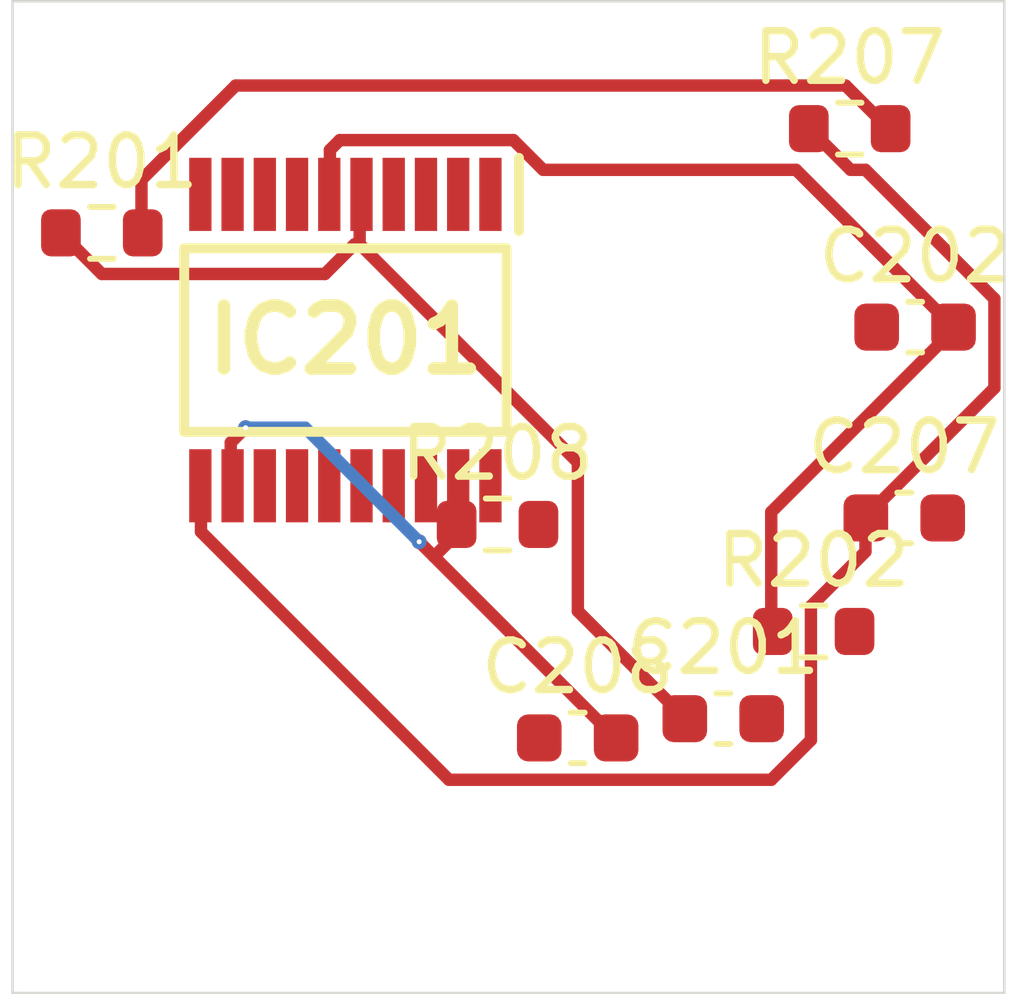
<source format=kicad_pcb>
 ( kicad_pcb  ( version 20171130 )
 ( host pcbnew 5.1.12-84ad8e8a86~92~ubuntu18.04.1 )
 ( general  ( thickness 1.6 )
 ( drawings 4 )
 ( tracks 0 )
 ( zones 0 )
 ( modules 9 )
 ( nets 19 )
)
 ( page A4 )
 ( layers  ( 0 F.Cu signal )
 ( 31 B.Cu signal )
 ( 32 B.Adhes user )
 ( 33 F.Adhes user )
 ( 34 B.Paste user )
 ( 35 F.Paste user )
 ( 36 B.SilkS user )
 ( 37 F.SilkS user )
 ( 38 B.Mask user )
 ( 39 F.Mask user )
 ( 40 Dwgs.User user )
 ( 41 Cmts.User user )
 ( 42 Eco1.User user )
 ( 43 Eco2.User user )
 ( 44 Edge.Cuts user )
 ( 45 Margin user )
 ( 46 B.CrtYd user )
 ( 47 F.CrtYd user )
 ( 48 B.Fab user )
 ( 49 F.Fab user )
)
 ( setup  ( last_trace_width 0.25 )
 ( trace_clearance 0.2 )
 ( zone_clearance 0.508 )
 ( zone_45_only no )
 ( trace_min 0.2 )
 ( via_size 0.8 )
 ( via_drill 0.4 )
 ( via_min_size 0.4 )
 ( via_min_drill 0.3 )
 ( uvia_size 0.3 )
 ( uvia_drill 0.1 )
 ( uvias_allowed no )
 ( uvia_min_size 0.2 )
 ( uvia_min_drill 0.1 )
 ( edge_width 0.05 )
 ( segment_width 0.2 )
 ( pcb_text_width 0.3 )
 ( pcb_text_size 1.5 1.5 )
 ( mod_edge_width 0.12 )
 ( mod_text_size 1 1 )
 ( mod_text_width 0.15 )
 ( pad_size 1.524 1.524 )
 ( pad_drill 0.762 )
 ( pad_to_mask_clearance 0 )
 ( aux_axis_origin 0 0 )
 ( visible_elements FFFFFF7F )
 ( pcbplotparams  ( layerselection 0x010fc_ffffffff )
 ( usegerberextensions false )
 ( usegerberattributes true )
 ( usegerberadvancedattributes true )
 ( creategerberjobfile true )
 ( excludeedgelayer true )
 ( linewidth 0.100000 )
 ( plotframeref false )
 ( viasonmask false )
 ( mode 1 )
 ( useauxorigin false )
 ( hpglpennumber 1 )
 ( hpglpenspeed 20 )
 ( hpglpendiameter 15.000000 )
 ( psnegative false )
 ( psa4output false )
 ( plotreference true )
 ( plotvalue true )
 ( plotinvisibletext false )
 ( padsonsilk false )
 ( subtractmaskfromsilk false )
 ( outputformat 1 )
 ( mirror false )
 ( drillshape 1 )
 ( scaleselection 1 )
 ( outputdirectory "" )
)
)
 ( net 0 "" )
 ( net 1 GND )
 ( net 2 /Sheet6235D886/ch0 )
 ( net 3 /Sheet6235D886/ch1 )
 ( net 4 /Sheet6235D886/ch2 )
 ( net 5 /Sheet6235D886/ch3 )
 ( net 6 /Sheet6235D886/ch4 )
 ( net 7 /Sheet6235D886/ch5 )
 ( net 8 /Sheet6235D886/ch6 )
 ( net 9 /Sheet6235D886/ch7 )
 ( net 10 VDD )
 ( net 11 VDDA )
 ( net 12 /Sheet6235D886/adc_csn )
 ( net 13 /Sheet6235D886/adc_sck )
 ( net 14 /Sheet6235D886/adc_sdi )
 ( net 15 /Sheet6235D886/adc_sdo )
 ( net 16 /Sheet6235D886/vp )
 ( net 17 /Sheet6248AD22/chn0 )
 ( net 18 /Sheet6248AD22/chn3 )
 ( net_class Default "This is the default net class."  ( clearance 0.2 )
 ( trace_width 0.25 )
 ( via_dia 0.8 )
 ( via_drill 0.4 )
 ( uvia_dia 0.3 )
 ( uvia_drill 0.1 )
 ( add_net /Sheet6235D886/adc_csn )
 ( add_net /Sheet6235D886/adc_sck )
 ( add_net /Sheet6235D886/adc_sdi )
 ( add_net /Sheet6235D886/adc_sdo )
 ( add_net /Sheet6235D886/ch0 )
 ( add_net /Sheet6235D886/ch1 )
 ( add_net /Sheet6235D886/ch2 )
 ( add_net /Sheet6235D886/ch3 )
 ( add_net /Sheet6235D886/ch4 )
 ( add_net /Sheet6235D886/ch5 )
 ( add_net /Sheet6235D886/ch6 )
 ( add_net /Sheet6235D886/ch7 )
 ( add_net /Sheet6235D886/vp )
 ( add_net /Sheet6248AD22/chn0 )
 ( add_net /Sheet6248AD22/chn3 )
 ( add_net GND )
 ( add_net VDD )
 ( add_net VDDA )
)
 ( module Capacitor_SMD:C_0603_1608Metric  ( layer F.Cu )
 ( tedit 5F68FEEE )
 ( tstamp 6234222D )
 ( at 94.331900 114.468000 )
 ( descr "Capacitor SMD 0603 (1608 Metric), square (rectangular) end terminal, IPC_7351 nominal, (Body size source: IPC-SM-782 page 76, https://www.pcb-3d.com/wordpress/wp-content/uploads/ipc-sm-782a_amendment_1_and_2.pdf), generated with kicad-footprint-generator" )
 ( tags capacitor )
 ( path /6235D887/623691C5 )
 ( attr smd )
 ( fp_text reference C201  ( at 0 -1.43 )
 ( layer F.SilkS )
 ( effects  ( font  ( size 1 1 )
 ( thickness 0.15 )
)
)
)
 ( fp_text value 0.1uF  ( at 0 1.43 )
 ( layer F.Fab )
 ( effects  ( font  ( size 1 1 )
 ( thickness 0.15 )
)
)
)
 ( fp_line  ( start -0.8 0.4 )
 ( end -0.8 -0.4 )
 ( layer F.Fab )
 ( width 0.1 )
)
 ( fp_line  ( start -0.8 -0.4 )
 ( end 0.8 -0.4 )
 ( layer F.Fab )
 ( width 0.1 )
)
 ( fp_line  ( start 0.8 -0.4 )
 ( end 0.8 0.4 )
 ( layer F.Fab )
 ( width 0.1 )
)
 ( fp_line  ( start 0.8 0.4 )
 ( end -0.8 0.4 )
 ( layer F.Fab )
 ( width 0.1 )
)
 ( fp_line  ( start -0.14058 -0.51 )
 ( end 0.14058 -0.51 )
 ( layer F.SilkS )
 ( width 0.12 )
)
 ( fp_line  ( start -0.14058 0.51 )
 ( end 0.14058 0.51 )
 ( layer F.SilkS )
 ( width 0.12 )
)
 ( fp_line  ( start -1.48 0.73 )
 ( end -1.48 -0.73 )
 ( layer F.CrtYd )
 ( width 0.05 )
)
 ( fp_line  ( start -1.48 -0.73 )
 ( end 1.48 -0.73 )
 ( layer F.CrtYd )
 ( width 0.05 )
)
 ( fp_line  ( start 1.48 -0.73 )
 ( end 1.48 0.73 )
 ( layer F.CrtYd )
 ( width 0.05 )
)
 ( fp_line  ( start 1.48 0.73 )
 ( end -1.48 0.73 )
 ( layer F.CrtYd )
 ( width 0.05 )
)
 ( fp_text user %R  ( at 0 0 )
 ( layer F.Fab )
 ( effects  ( font  ( size 0.4 0.4 )
 ( thickness 0.06 )
)
)
)
 ( pad 2 smd roundrect  ( at 0.775 0 )
 ( size 0.9 0.95 )
 ( layers F.Cu F.Mask F.Paste )
 ( roundrect_rratio 0.25 )
 ( net 1 GND )
)
 ( pad 1 smd roundrect  ( at -0.775 0 )
 ( size 0.9 0.95 )
 ( layers F.Cu F.Mask F.Paste )
 ( roundrect_rratio 0.25 )
 ( net 2 /Sheet6235D886/ch0 )
)
 ( model ${KISYS3DMOD}/Capacitor_SMD.3dshapes/C_0603_1608Metric.wrl  ( at  ( xyz 0 0 0 )
)
 ( scale  ( xyz 1 1 1 )
)
 ( rotate  ( xyz 0 0 0 )
)
)
)
 ( module Capacitor_SMD:C_0603_1608Metric  ( layer F.Cu )
 ( tedit 5F68FEEE )
 ( tstamp 6234223E )
 ( at 98.201300 106.572000 )
 ( descr "Capacitor SMD 0603 (1608 Metric), square (rectangular) end terminal, IPC_7351 nominal, (Body size source: IPC-SM-782 page 76, https://www.pcb-3d.com/wordpress/wp-content/uploads/ipc-sm-782a_amendment_1_and_2.pdf), generated with kicad-footprint-generator" )
 ( tags capacitor )
 ( path /6235D887/62369EE0 )
 ( attr smd )
 ( fp_text reference C202  ( at 0 -1.43 )
 ( layer F.SilkS )
 ( effects  ( font  ( size 1 1 )
 ( thickness 0.15 )
)
)
)
 ( fp_text value 0.1uF  ( at 0 1.43 )
 ( layer F.Fab )
 ( effects  ( font  ( size 1 1 )
 ( thickness 0.15 )
)
)
)
 ( fp_line  ( start 1.48 0.73 )
 ( end -1.48 0.73 )
 ( layer F.CrtYd )
 ( width 0.05 )
)
 ( fp_line  ( start 1.48 -0.73 )
 ( end 1.48 0.73 )
 ( layer F.CrtYd )
 ( width 0.05 )
)
 ( fp_line  ( start -1.48 -0.73 )
 ( end 1.48 -0.73 )
 ( layer F.CrtYd )
 ( width 0.05 )
)
 ( fp_line  ( start -1.48 0.73 )
 ( end -1.48 -0.73 )
 ( layer F.CrtYd )
 ( width 0.05 )
)
 ( fp_line  ( start -0.14058 0.51 )
 ( end 0.14058 0.51 )
 ( layer F.SilkS )
 ( width 0.12 )
)
 ( fp_line  ( start -0.14058 -0.51 )
 ( end 0.14058 -0.51 )
 ( layer F.SilkS )
 ( width 0.12 )
)
 ( fp_line  ( start 0.8 0.4 )
 ( end -0.8 0.4 )
 ( layer F.Fab )
 ( width 0.1 )
)
 ( fp_line  ( start 0.8 -0.4 )
 ( end 0.8 0.4 )
 ( layer F.Fab )
 ( width 0.1 )
)
 ( fp_line  ( start -0.8 -0.4 )
 ( end 0.8 -0.4 )
 ( layer F.Fab )
 ( width 0.1 )
)
 ( fp_line  ( start -0.8 0.4 )
 ( end -0.8 -0.4 )
 ( layer F.Fab )
 ( width 0.1 )
)
 ( fp_text user %R  ( at 0 0 )
 ( layer F.Fab )
 ( effects  ( font  ( size 0.4 0.4 )
 ( thickness 0.06 )
)
)
)
 ( pad 1 smd roundrect  ( at -0.775 0 )
 ( size 0.9 0.95 )
 ( layers F.Cu F.Mask F.Paste )
 ( roundrect_rratio 0.25 )
 ( net 1 GND )
)
 ( pad 2 smd roundrect  ( at 0.775 0 )
 ( size 0.9 0.95 )
 ( layers F.Cu F.Mask F.Paste )
 ( roundrect_rratio 0.25 )
 ( net 3 /Sheet6235D886/ch1 )
)
 ( model ${KISYS3DMOD}/Capacitor_SMD.3dshapes/C_0603_1608Metric.wrl  ( at  ( xyz 0 0 0 )
)
 ( scale  ( xyz 1 1 1 )
)
 ( rotate  ( xyz 0 0 0 )
)
)
)
 ( module Capacitor_SMD:C_0603_1608Metric  ( layer F.Cu )
 ( tedit 5F68FEEE )
 ( tstamp 62342293 )
 ( at 97.982900 110.420000 )
 ( descr "Capacitor SMD 0603 (1608 Metric), square (rectangular) end terminal, IPC_7351 nominal, (Body size source: IPC-SM-782 page 76, https://www.pcb-3d.com/wordpress/wp-content/uploads/ipc-sm-782a_amendment_1_and_2.pdf), generated with kicad-footprint-generator" )
 ( tags capacitor )
 ( path /6235D887/6238B3FE )
 ( attr smd )
 ( fp_text reference C207  ( at 0 -1.43 )
 ( layer F.SilkS )
 ( effects  ( font  ( size 1 1 )
 ( thickness 0.15 )
)
)
)
 ( fp_text value 0.1uF  ( at 0 1.43 )
 ( layer F.Fab )
 ( effects  ( font  ( size 1 1 )
 ( thickness 0.15 )
)
)
)
 ( fp_line  ( start -0.8 0.4 )
 ( end -0.8 -0.4 )
 ( layer F.Fab )
 ( width 0.1 )
)
 ( fp_line  ( start -0.8 -0.4 )
 ( end 0.8 -0.4 )
 ( layer F.Fab )
 ( width 0.1 )
)
 ( fp_line  ( start 0.8 -0.4 )
 ( end 0.8 0.4 )
 ( layer F.Fab )
 ( width 0.1 )
)
 ( fp_line  ( start 0.8 0.4 )
 ( end -0.8 0.4 )
 ( layer F.Fab )
 ( width 0.1 )
)
 ( fp_line  ( start -0.14058 -0.51 )
 ( end 0.14058 -0.51 )
 ( layer F.SilkS )
 ( width 0.12 )
)
 ( fp_line  ( start -0.14058 0.51 )
 ( end 0.14058 0.51 )
 ( layer F.SilkS )
 ( width 0.12 )
)
 ( fp_line  ( start -1.48 0.73 )
 ( end -1.48 -0.73 )
 ( layer F.CrtYd )
 ( width 0.05 )
)
 ( fp_line  ( start -1.48 -0.73 )
 ( end 1.48 -0.73 )
 ( layer F.CrtYd )
 ( width 0.05 )
)
 ( fp_line  ( start 1.48 -0.73 )
 ( end 1.48 0.73 )
 ( layer F.CrtYd )
 ( width 0.05 )
)
 ( fp_line  ( start 1.48 0.73 )
 ( end -1.48 0.73 )
 ( layer F.CrtYd )
 ( width 0.05 )
)
 ( fp_text user %R  ( at 0 0 )
 ( layer F.Fab )
 ( effects  ( font  ( size 0.4 0.4 )
 ( thickness 0.06 )
)
)
)
 ( pad 2 smd roundrect  ( at 0.775 0 )
 ( size 0.9 0.95 )
 ( layers F.Cu F.Mask F.Paste )
 ( roundrect_rratio 0.25 )
 ( net 1 GND )
)
 ( pad 1 smd roundrect  ( at -0.775 0 )
 ( size 0.9 0.95 )
 ( layers F.Cu F.Mask F.Paste )
 ( roundrect_rratio 0.25 )
 ( net 8 /Sheet6235D886/ch6 )
)
 ( model ${KISYS3DMOD}/Capacitor_SMD.3dshapes/C_0603_1608Metric.wrl  ( at  ( xyz 0 0 0 )
)
 ( scale  ( xyz 1 1 1 )
)
 ( rotate  ( xyz 0 0 0 )
)
)
)
 ( module Capacitor_SMD:C_0603_1608Metric  ( layer F.Cu )
 ( tedit 5F68FEEE )
 ( tstamp 623422A4 )
 ( at 91.396900 114.856000 )
 ( descr "Capacitor SMD 0603 (1608 Metric), square (rectangular) end terminal, IPC_7351 nominal, (Body size source: IPC-SM-782 page 76, https://www.pcb-3d.com/wordpress/wp-content/uploads/ipc-sm-782a_amendment_1_and_2.pdf), generated with kicad-footprint-generator" )
 ( tags capacitor )
 ( path /6235D887/6238B404 )
 ( attr smd )
 ( fp_text reference C208  ( at 0 -1.43 )
 ( layer F.SilkS )
 ( effects  ( font  ( size 1 1 )
 ( thickness 0.15 )
)
)
)
 ( fp_text value 0.1uF  ( at 0 1.43 )
 ( layer F.Fab )
 ( effects  ( font  ( size 1 1 )
 ( thickness 0.15 )
)
)
)
 ( fp_line  ( start 1.48 0.73 )
 ( end -1.48 0.73 )
 ( layer F.CrtYd )
 ( width 0.05 )
)
 ( fp_line  ( start 1.48 -0.73 )
 ( end 1.48 0.73 )
 ( layer F.CrtYd )
 ( width 0.05 )
)
 ( fp_line  ( start -1.48 -0.73 )
 ( end 1.48 -0.73 )
 ( layer F.CrtYd )
 ( width 0.05 )
)
 ( fp_line  ( start -1.48 0.73 )
 ( end -1.48 -0.73 )
 ( layer F.CrtYd )
 ( width 0.05 )
)
 ( fp_line  ( start -0.14058 0.51 )
 ( end 0.14058 0.51 )
 ( layer F.SilkS )
 ( width 0.12 )
)
 ( fp_line  ( start -0.14058 -0.51 )
 ( end 0.14058 -0.51 )
 ( layer F.SilkS )
 ( width 0.12 )
)
 ( fp_line  ( start 0.8 0.4 )
 ( end -0.8 0.4 )
 ( layer F.Fab )
 ( width 0.1 )
)
 ( fp_line  ( start 0.8 -0.4 )
 ( end 0.8 0.4 )
 ( layer F.Fab )
 ( width 0.1 )
)
 ( fp_line  ( start -0.8 -0.4 )
 ( end 0.8 -0.4 )
 ( layer F.Fab )
 ( width 0.1 )
)
 ( fp_line  ( start -0.8 0.4 )
 ( end -0.8 -0.4 )
 ( layer F.Fab )
 ( width 0.1 )
)
 ( fp_text user %R  ( at 0 0 )
 ( layer F.Fab )
 ( effects  ( font  ( size 0.4 0.4 )
 ( thickness 0.06 )
)
)
)
 ( pad 1 smd roundrect  ( at -0.775 0 )
 ( size 0.9 0.95 )
 ( layers F.Cu F.Mask F.Paste )
 ( roundrect_rratio 0.25 )
 ( net 1 GND )
)
 ( pad 2 smd roundrect  ( at 0.775 0 )
 ( size 0.9 0.95 )
 ( layers F.Cu F.Mask F.Paste )
 ( roundrect_rratio 0.25 )
 ( net 9 /Sheet6235D886/ch7 )
)
 ( model ${KISYS3DMOD}/Capacitor_SMD.3dshapes/C_0603_1608Metric.wrl  ( at  ( xyz 0 0 0 )
)
 ( scale  ( xyz 1 1 1 )
)
 ( rotate  ( xyz 0 0 0 )
)
)
)
 ( module MCP3564R-E_ST:SOP65P640X120-20N locked  ( layer F.Cu )
 ( tedit 623351C2 )
 ( tstamp 623423D6 )
 ( at 86.712100 106.833000 270.000000 )
 ( descr "20-Lead Plastic Thin Shrink Small Outline (ST) - 4.4mm body [TSSOP]" )
 ( tags "Integrated Circuit" )
 ( path /6235D887/6235E071 )
 ( attr smd )
 ( fp_text reference IC201  ( at 0 0 )
 ( layer F.SilkS )
 ( effects  ( font  ( size 1.27 1.27 )
 ( thickness 0.254 )
)
)
)
 ( fp_text value MCP3564R-E_ST  ( at 0 0 )
 ( layer F.SilkS )
hide  ( effects  ( font  ( size 1.27 1.27 )
 ( thickness 0.254 )
)
)
)
 ( fp_line  ( start -3.925 -3.55 )
 ( end 3.925 -3.55 )
 ( layer Dwgs.User )
 ( width 0.05 )
)
 ( fp_line  ( start 3.925 -3.55 )
 ( end 3.925 3.55 )
 ( layer Dwgs.User )
 ( width 0.05 )
)
 ( fp_line  ( start 3.925 3.55 )
 ( end -3.925 3.55 )
 ( layer Dwgs.User )
 ( width 0.05 )
)
 ( fp_line  ( start -3.925 3.55 )
 ( end -3.925 -3.55 )
 ( layer Dwgs.User )
 ( width 0.05 )
)
 ( fp_line  ( start -2.2 -3.25 )
 ( end 2.2 -3.25 )
 ( layer Dwgs.User )
 ( width 0.1 )
)
 ( fp_line  ( start 2.2 -3.25 )
 ( end 2.2 3.25 )
 ( layer Dwgs.User )
 ( width 0.1 )
)
 ( fp_line  ( start 2.2 3.25 )
 ( end -2.2 3.25 )
 ( layer Dwgs.User )
 ( width 0.1 )
)
 ( fp_line  ( start -2.2 3.25 )
 ( end -2.2 -3.25 )
 ( layer Dwgs.User )
 ( width 0.1 )
)
 ( fp_line  ( start -2.2 -2.6 )
 ( end -1.55 -3.25 )
 ( layer Dwgs.User )
 ( width 0.1 )
)
 ( fp_line  ( start -1.85 -3.25 )
 ( end 1.85 -3.25 )
 ( layer F.SilkS )
 ( width 0.2 )
)
 ( fp_line  ( start 1.85 -3.25 )
 ( end 1.85 3.25 )
 ( layer F.SilkS )
 ( width 0.2 )
)
 ( fp_line  ( start 1.85 3.25 )
 ( end -1.85 3.25 )
 ( layer F.SilkS )
 ( width 0.2 )
)
 ( fp_line  ( start -1.85 3.25 )
 ( end -1.85 -3.25 )
 ( layer F.SilkS )
 ( width 0.2 )
)
 ( fp_line  ( start -3.675 -3.5 )
 ( end -2.2 -3.5 )
 ( layer F.SilkS )
 ( width 0.2 )
)
 ( pad 1 smd rect  ( at -2.938 -2.925 )
 ( size 0.45 1.475 )
 ( layers F.Cu F.Mask F.Paste )
 ( net 11 VDDA )
)
 ( pad 2 smd rect  ( at -2.938 -2.275 )
 ( size 0.45 1.475 )
 ( layers F.Cu F.Mask F.Paste )
 ( net 1 GND )
)
 ( pad 3 smd rect  ( at -2.938 -1.625 )
 ( size 0.45 1.475 )
 ( layers F.Cu F.Mask F.Paste )
 ( net 1 GND )
)
 ( pad 4 smd rect  ( at -2.938 -0.975 )
 ( size 0.45 1.475 )
 ( layers F.Cu F.Mask F.Paste )
)
 ( pad 5 smd rect  ( at -2.938 -0.325 )
 ( size 0.45 1.475 )
 ( layers F.Cu F.Mask F.Paste )
 ( net 2 /Sheet6235D886/ch0 )
)
 ( pad 6 smd rect  ( at -2.938 0.325 )
 ( size 0.45 1.475 )
 ( layers F.Cu F.Mask F.Paste )
 ( net 3 /Sheet6235D886/ch1 )
)
 ( pad 7 smd rect  ( at -2.938 0.975 )
 ( size 0.45 1.475 )
 ( layers F.Cu F.Mask F.Paste )
 ( net 4 /Sheet6235D886/ch2 )
)
 ( pad 8 smd rect  ( at -2.938 1.625 )
 ( size 0.45 1.475 )
 ( layers F.Cu F.Mask F.Paste )
 ( net 5 /Sheet6235D886/ch3 )
)
 ( pad 9 smd rect  ( at -2.938 2.275 )
 ( size 0.45 1.475 )
 ( layers F.Cu F.Mask F.Paste )
 ( net 6 /Sheet6235D886/ch4 )
)
 ( pad 10 smd rect  ( at -2.938 2.925 )
 ( size 0.45 1.475 )
 ( layers F.Cu F.Mask F.Paste )
 ( net 7 /Sheet6235D886/ch5 )
)
 ( pad 11 smd rect  ( at 2.938 2.925 )
 ( size 0.45 1.475 )
 ( layers F.Cu F.Mask F.Paste )
 ( net 8 /Sheet6235D886/ch6 )
)
 ( pad 12 smd rect  ( at 2.938 2.275 )
 ( size 0.45 1.475 )
 ( layers F.Cu F.Mask F.Paste )
 ( net 9 /Sheet6235D886/ch7 )
)
 ( pad 13 smd rect  ( at 2.938 1.625 )
 ( size 0.45 1.475 )
 ( layers F.Cu F.Mask F.Paste )
 ( net 12 /Sheet6235D886/adc_csn )
)
 ( pad 14 smd rect  ( at 2.938 0.975 )
 ( size 0.45 1.475 )
 ( layers F.Cu F.Mask F.Paste )
 ( net 13 /Sheet6235D886/adc_sck )
)
 ( pad 15 smd rect  ( at 2.938 0.325 )
 ( size 0.45 1.475 )
 ( layers F.Cu F.Mask F.Paste )
 ( net 14 /Sheet6235D886/adc_sdi )
)
 ( pad 16 smd rect  ( at 2.938 -0.325 )
 ( size 0.45 1.475 )
 ( layers F.Cu F.Mask F.Paste )
 ( net 15 /Sheet6235D886/adc_sdo )
)
 ( pad 17 smd rect  ( at 2.938 -0.975 )
 ( size 0.45 1.475 )
 ( layers F.Cu F.Mask F.Paste )
)
 ( pad 18 smd rect  ( at 2.938 -1.625 )
 ( size 0.45 1.475 )
 ( layers F.Cu F.Mask F.Paste )
)
 ( pad 19 smd rect  ( at 2.938 -2.275 )
 ( size 0.45 1.475 )
 ( layers F.Cu F.Mask F.Paste )
 ( net 1 GND )
)
 ( pad 20 smd rect  ( at 2.938 -2.925 )
 ( size 0.45 1.475 )
 ( layers F.Cu F.Mask F.Paste )
 ( net 10 VDD )
)
)
 ( module Resistor_SMD:R_0603_1608Metric  ( layer F.Cu )
 ( tedit 5F68FEEE )
 ( tstamp 6234250D )
 ( at 81.800500 104.671000 )
 ( descr "Resistor SMD 0603 (1608 Metric), square (rectangular) end terminal, IPC_7351 nominal, (Body size source: IPC-SM-782 page 72, https://www.pcb-3d.com/wordpress/wp-content/uploads/ipc-sm-782a_amendment_1_and_2.pdf), generated with kicad-footprint-generator" )
 ( tags resistor )
 ( path /6235D887/623641B7 )
 ( attr smd )
 ( fp_text reference R201  ( at 0 -1.43 )
 ( layer F.SilkS )
 ( effects  ( font  ( size 1 1 )
 ( thickness 0.15 )
)
)
)
 ( fp_text value 1k  ( at 0 1.43 )
 ( layer F.Fab )
 ( effects  ( font  ( size 1 1 )
 ( thickness 0.15 )
)
)
)
 ( fp_line  ( start -0.8 0.4125 )
 ( end -0.8 -0.4125 )
 ( layer F.Fab )
 ( width 0.1 )
)
 ( fp_line  ( start -0.8 -0.4125 )
 ( end 0.8 -0.4125 )
 ( layer F.Fab )
 ( width 0.1 )
)
 ( fp_line  ( start 0.8 -0.4125 )
 ( end 0.8 0.4125 )
 ( layer F.Fab )
 ( width 0.1 )
)
 ( fp_line  ( start 0.8 0.4125 )
 ( end -0.8 0.4125 )
 ( layer F.Fab )
 ( width 0.1 )
)
 ( fp_line  ( start -0.237258 -0.5225 )
 ( end 0.237258 -0.5225 )
 ( layer F.SilkS )
 ( width 0.12 )
)
 ( fp_line  ( start -0.237258 0.5225 )
 ( end 0.237258 0.5225 )
 ( layer F.SilkS )
 ( width 0.12 )
)
 ( fp_line  ( start -1.48 0.73 )
 ( end -1.48 -0.73 )
 ( layer F.CrtYd )
 ( width 0.05 )
)
 ( fp_line  ( start -1.48 -0.73 )
 ( end 1.48 -0.73 )
 ( layer F.CrtYd )
 ( width 0.05 )
)
 ( fp_line  ( start 1.48 -0.73 )
 ( end 1.48 0.73 )
 ( layer F.CrtYd )
 ( width 0.05 )
)
 ( fp_line  ( start 1.48 0.73 )
 ( end -1.48 0.73 )
 ( layer F.CrtYd )
 ( width 0.05 )
)
 ( fp_text user %R  ( at 0 0 )
 ( layer F.Fab )
 ( effects  ( font  ( size 0.4 0.4 )
 ( thickness 0.06 )
)
)
)
 ( pad 2 smd roundrect  ( at 0.825 0 )
 ( size 0.8 0.95 )
 ( layers F.Cu F.Mask F.Paste )
 ( roundrect_rratio 0.25 )
 ( net 16 /Sheet6235D886/vp )
)
 ( pad 1 smd roundrect  ( at -0.825 0 )
 ( size 0.8 0.95 )
 ( layers F.Cu F.Mask F.Paste )
 ( roundrect_rratio 0.25 )
 ( net 2 /Sheet6235D886/ch0 )
)
 ( model ${KISYS3DMOD}/Resistor_SMD.3dshapes/R_0603_1608Metric.wrl  ( at  ( xyz 0 0 0 )
)
 ( scale  ( xyz 1 1 1 )
)
 ( rotate  ( xyz 0 0 0 )
)
)
)
 ( module Resistor_SMD:R_0603_1608Metric  ( layer F.Cu )
 ( tedit 5F68FEEE )
 ( tstamp 6234251E )
 ( at 96.155000 112.709000 )
 ( descr "Resistor SMD 0603 (1608 Metric), square (rectangular) end terminal, IPC_7351 nominal, (Body size source: IPC-SM-782 page 72, https://www.pcb-3d.com/wordpress/wp-content/uploads/ipc-sm-782a_amendment_1_and_2.pdf), generated with kicad-footprint-generator" )
 ( tags resistor )
 ( path /6235D887/6236A646 )
 ( attr smd )
 ( fp_text reference R202  ( at 0 -1.43 )
 ( layer F.SilkS )
 ( effects  ( font  ( size 1 1 )
 ( thickness 0.15 )
)
)
)
 ( fp_text value 1k  ( at 0 1.43 )
 ( layer F.Fab )
 ( effects  ( font  ( size 1 1 )
 ( thickness 0.15 )
)
)
)
 ( fp_line  ( start 1.48 0.73 )
 ( end -1.48 0.73 )
 ( layer F.CrtYd )
 ( width 0.05 )
)
 ( fp_line  ( start 1.48 -0.73 )
 ( end 1.48 0.73 )
 ( layer F.CrtYd )
 ( width 0.05 )
)
 ( fp_line  ( start -1.48 -0.73 )
 ( end 1.48 -0.73 )
 ( layer F.CrtYd )
 ( width 0.05 )
)
 ( fp_line  ( start -1.48 0.73 )
 ( end -1.48 -0.73 )
 ( layer F.CrtYd )
 ( width 0.05 )
)
 ( fp_line  ( start -0.237258 0.5225 )
 ( end 0.237258 0.5225 )
 ( layer F.SilkS )
 ( width 0.12 )
)
 ( fp_line  ( start -0.237258 -0.5225 )
 ( end 0.237258 -0.5225 )
 ( layer F.SilkS )
 ( width 0.12 )
)
 ( fp_line  ( start 0.8 0.4125 )
 ( end -0.8 0.4125 )
 ( layer F.Fab )
 ( width 0.1 )
)
 ( fp_line  ( start 0.8 -0.4125 )
 ( end 0.8 0.4125 )
 ( layer F.Fab )
 ( width 0.1 )
)
 ( fp_line  ( start -0.8 -0.4125 )
 ( end 0.8 -0.4125 )
 ( layer F.Fab )
 ( width 0.1 )
)
 ( fp_line  ( start -0.8 0.4125 )
 ( end -0.8 -0.4125 )
 ( layer F.Fab )
 ( width 0.1 )
)
 ( fp_text user %R  ( at 0 0 )
 ( layer F.Fab )
 ( effects  ( font  ( size 0.4 0.4 )
 ( thickness 0.06 )
)
)
)
 ( pad 1 smd roundrect  ( at -0.825 0 )
 ( size 0.8 0.95 )
 ( layers F.Cu F.Mask F.Paste )
 ( roundrect_rratio 0.25 )
 ( net 3 /Sheet6235D886/ch1 )
)
 ( pad 2 smd roundrect  ( at 0.825 0 )
 ( size 0.8 0.95 )
 ( layers F.Cu F.Mask F.Paste )
 ( roundrect_rratio 0.25 )
 ( net 17 /Sheet6248AD22/chn0 )
)
 ( model ${KISYS3DMOD}/Resistor_SMD.3dshapes/R_0603_1608Metric.wrl  ( at  ( xyz 0 0 0 )
)
 ( scale  ( xyz 1 1 1 )
)
 ( rotate  ( xyz 0 0 0 )
)
)
)
 ( module Resistor_SMD:R_0603_1608Metric  ( layer F.Cu )
 ( tedit 5F68FEEE )
 ( tstamp 62342573 )
 ( at 96.882700 102.569000 )
 ( descr "Resistor SMD 0603 (1608 Metric), square (rectangular) end terminal, IPC_7351 nominal, (Body size source: IPC-SM-782 page 72, https://www.pcb-3d.com/wordpress/wp-content/uploads/ipc-sm-782a_amendment_1_and_2.pdf), generated with kicad-footprint-generator" )
 ( tags resistor )
 ( path /6235D887/6238B3F8 )
 ( attr smd )
 ( fp_text reference R207  ( at 0 -1.43 )
 ( layer F.SilkS )
 ( effects  ( font  ( size 1 1 )
 ( thickness 0.15 )
)
)
)
 ( fp_text value 1k  ( at 0 1.43 )
 ( layer F.Fab )
 ( effects  ( font  ( size 1 1 )
 ( thickness 0.15 )
)
)
)
 ( fp_line  ( start -0.8 0.4125 )
 ( end -0.8 -0.4125 )
 ( layer F.Fab )
 ( width 0.1 )
)
 ( fp_line  ( start -0.8 -0.4125 )
 ( end 0.8 -0.4125 )
 ( layer F.Fab )
 ( width 0.1 )
)
 ( fp_line  ( start 0.8 -0.4125 )
 ( end 0.8 0.4125 )
 ( layer F.Fab )
 ( width 0.1 )
)
 ( fp_line  ( start 0.8 0.4125 )
 ( end -0.8 0.4125 )
 ( layer F.Fab )
 ( width 0.1 )
)
 ( fp_line  ( start -0.237258 -0.5225 )
 ( end 0.237258 -0.5225 )
 ( layer F.SilkS )
 ( width 0.12 )
)
 ( fp_line  ( start -0.237258 0.5225 )
 ( end 0.237258 0.5225 )
 ( layer F.SilkS )
 ( width 0.12 )
)
 ( fp_line  ( start -1.48 0.73 )
 ( end -1.48 -0.73 )
 ( layer F.CrtYd )
 ( width 0.05 )
)
 ( fp_line  ( start -1.48 -0.73 )
 ( end 1.48 -0.73 )
 ( layer F.CrtYd )
 ( width 0.05 )
)
 ( fp_line  ( start 1.48 -0.73 )
 ( end 1.48 0.73 )
 ( layer F.CrtYd )
 ( width 0.05 )
)
 ( fp_line  ( start 1.48 0.73 )
 ( end -1.48 0.73 )
 ( layer F.CrtYd )
 ( width 0.05 )
)
 ( fp_text user %R  ( at 0 0 )
 ( layer F.Fab )
 ( effects  ( font  ( size 0.4 0.4 )
 ( thickness 0.06 )
)
)
)
 ( pad 2 smd roundrect  ( at 0.825 0 )
 ( size 0.8 0.95 )
 ( layers F.Cu F.Mask F.Paste )
 ( roundrect_rratio 0.25 )
 ( net 16 /Sheet6235D886/vp )
)
 ( pad 1 smd roundrect  ( at -0.825 0 )
 ( size 0.8 0.95 )
 ( layers F.Cu F.Mask F.Paste )
 ( roundrect_rratio 0.25 )
 ( net 8 /Sheet6235D886/ch6 )
)
 ( model ${KISYS3DMOD}/Resistor_SMD.3dshapes/R_0603_1608Metric.wrl  ( at  ( xyz 0 0 0 )
)
 ( scale  ( xyz 1 1 1 )
)
 ( rotate  ( xyz 0 0 0 )
)
)
)
 ( module Resistor_SMD:R_0603_1608Metric  ( layer F.Cu )
 ( tedit 5F68FEEE )
 ( tstamp 62342584 )
 ( at 89.780300 110.551000 )
 ( descr "Resistor SMD 0603 (1608 Metric), square (rectangular) end terminal, IPC_7351 nominal, (Body size source: IPC-SM-782 page 72, https://www.pcb-3d.com/wordpress/wp-content/uploads/ipc-sm-782a_amendment_1_and_2.pdf), generated with kicad-footprint-generator" )
 ( tags resistor )
 ( path /6235D887/6238B40A )
 ( attr smd )
 ( fp_text reference R208  ( at 0 -1.43 )
 ( layer F.SilkS )
 ( effects  ( font  ( size 1 1 )
 ( thickness 0.15 )
)
)
)
 ( fp_text value 1k  ( at 0 1.43 )
 ( layer F.Fab )
 ( effects  ( font  ( size 1 1 )
 ( thickness 0.15 )
)
)
)
 ( fp_line  ( start 1.48 0.73 )
 ( end -1.48 0.73 )
 ( layer F.CrtYd )
 ( width 0.05 )
)
 ( fp_line  ( start 1.48 -0.73 )
 ( end 1.48 0.73 )
 ( layer F.CrtYd )
 ( width 0.05 )
)
 ( fp_line  ( start -1.48 -0.73 )
 ( end 1.48 -0.73 )
 ( layer F.CrtYd )
 ( width 0.05 )
)
 ( fp_line  ( start -1.48 0.73 )
 ( end -1.48 -0.73 )
 ( layer F.CrtYd )
 ( width 0.05 )
)
 ( fp_line  ( start -0.237258 0.5225 )
 ( end 0.237258 0.5225 )
 ( layer F.SilkS )
 ( width 0.12 )
)
 ( fp_line  ( start -0.237258 -0.5225 )
 ( end 0.237258 -0.5225 )
 ( layer F.SilkS )
 ( width 0.12 )
)
 ( fp_line  ( start 0.8 0.4125 )
 ( end -0.8 0.4125 )
 ( layer F.Fab )
 ( width 0.1 )
)
 ( fp_line  ( start 0.8 -0.4125 )
 ( end 0.8 0.4125 )
 ( layer F.Fab )
 ( width 0.1 )
)
 ( fp_line  ( start -0.8 -0.4125 )
 ( end 0.8 -0.4125 )
 ( layer F.Fab )
 ( width 0.1 )
)
 ( fp_line  ( start -0.8 0.4125 )
 ( end -0.8 -0.4125 )
 ( layer F.Fab )
 ( width 0.1 )
)
 ( fp_text user %R  ( at 0 0 )
 ( layer F.Fab )
 ( effects  ( font  ( size 0.4 0.4 )
 ( thickness 0.06 )
)
)
)
 ( pad 1 smd roundrect  ( at -0.825 0 )
 ( size 0.8 0.95 )
 ( layers F.Cu F.Mask F.Paste )
 ( roundrect_rratio 0.25 )
 ( net 9 /Sheet6235D886/ch7 )
)
 ( pad 2 smd roundrect  ( at 0.825 0 )
 ( size 0.8 0.95 )
 ( layers F.Cu F.Mask F.Paste )
 ( roundrect_rratio 0.25 )
 ( net 18 /Sheet6248AD22/chn3 )
)
 ( model ${KISYS3DMOD}/Resistor_SMD.3dshapes/R_0603_1608Metric.wrl  ( at  ( xyz 0 0 0 )
)
 ( scale  ( xyz 1 1 1 )
)
 ( rotate  ( xyz 0 0 0 )
)
)
)
 ( gr_line  ( start 100 100 )
 ( end 100 120 )
 ( layer Edge.Cuts )
 ( width 0.05 )
 ( tstamp 62E770C4 )
)
 ( gr_line  ( start 80 120 )
 ( end 100 120 )
 ( layer Edge.Cuts )
 ( width 0.05 )
 ( tstamp 62E770C0 )
)
 ( gr_line  ( start 80 100 )
 ( end 100 100 )
 ( layer Edge.Cuts )
 ( width 0.05 )
 ( tstamp 6234110C )
)
 ( gr_line  ( start 80 100 )
 ( end 80 120 )
 ( layer Edge.Cuts )
 ( width 0.05 )
)
 ( segment  ( start 87.000001 103.900002 )
 ( end 87.000001 104.900002 )
 ( width 0.250000 )
 ( layer F.Cu )
 ( net 2 )
)
 ( segment  ( start 87.000001 104.900002 )
 ( end 91.400001 109.300002 )
 ( width 0.250000 )
 ( layer F.Cu )
 ( net 2 )
)
 ( segment  ( start 91.400001 109.300002 )
 ( end 91.400001 112.300002 )
 ( width 0.250000 )
 ( layer F.Cu )
 ( net 2 )
)
 ( segment  ( start 91.400001 112.300002 )
 ( end 93.600001 114.500002 )
 ( width 0.250000 )
 ( layer F.Cu )
 ( net 2 )
)
 ( segment  ( start 81.000001 104.700002 )
 ( end 81.800001 105.500002 )
 ( width 0.250000 )
 ( layer F.Cu )
 ( net 2 )
)
 ( segment  ( start 81.800001 105.500002 )
 ( end 86.300001 105.500002 )
 ( width 0.250000 )
 ( layer F.Cu )
 ( net 2 )
)
 ( segment  ( start 86.300001 105.500002 )
 ( end 86.900001 104.900002 )
 ( width 0.250000 )
 ( layer F.Cu )
 ( net 2 )
)
 ( segment  ( start 86.900001 104.900002 )
 ( end 87.000001 104.900002 )
 ( width 0.250000 )
 ( layer F.Cu )
 ( net 2 )
)
 ( segment  ( start 86.400001 103.900002 )
 ( end 86.400001 103.000002 )
 ( width 0.250000 )
 ( layer F.Cu )
 ( net 3 )
)
 ( segment  ( start 86.400001 103.000002 )
 ( end 86.600001 102.800002 )
 ( width 0.250000 )
 ( layer F.Cu )
 ( net 3 )
)
 ( segment  ( start 86.600001 102.800002 )
 ( end 90.100001 102.800002 )
 ( width 0.250000 )
 ( layer F.Cu )
 ( net 3 )
)
 ( segment  ( start 90.100001 102.800002 )
 ( end 90.700001 103.400002 )
 ( width 0.250000 )
 ( layer F.Cu )
 ( net 3 )
)
 ( segment  ( start 90.700001 103.400002 )
 ( end 95.800001 103.400002 )
 ( width 0.250000 )
 ( layer F.Cu )
 ( net 3 )
)
 ( segment  ( start 95.800001 103.400002 )
 ( end 99.000001 106.600002 )
 ( width 0.250000 )
 ( layer F.Cu )
 ( net 3 )
)
 ( segment  ( start 95.300001 112.700002 )
 ( end 95.300001 110.300002 )
 ( width 0.250000 )
 ( layer F.Cu )
 ( net 3 )
)
 ( segment  ( start 95.300001 110.300002 )
 ( end 99.000001 106.600002 )
 ( width 0.250000 )
 ( layer F.Cu )
 ( net 3 )
)
 ( segment  ( start 83.800001 109.800002 )
 ( end 83.800001 110.700002 )
 ( width 0.250000 )
 ( layer F.Cu )
 ( net 8 )
)
 ( segment  ( start 83.800001 110.700002 )
 ( end 88.800001 115.700002 )
 ( width 0.250000 )
 ( layer F.Cu )
 ( net 8 )
)
 ( segment  ( start 88.800001 115.700002 )
 ( end 95.300001 115.700002 )
 ( width 0.250000 )
 ( layer F.Cu )
 ( net 8 )
)
 ( segment  ( start 95.300001 115.700002 )
 ( end 96.100001 114.900002 )
 ( width 0.250000 )
 ( layer F.Cu )
 ( net 8 )
)
 ( segment  ( start 96.100001 114.900002 )
 ( end 96.100001 112.200002 )
 ( width 0.250000 )
 ( layer F.Cu )
 ( net 8 )
)
 ( segment  ( start 96.100001 112.200002 )
 ( end 97.200001 111.100002 )
 ( width 0.250000 )
 ( layer F.Cu )
 ( net 8 )
)
 ( segment  ( start 97.200001 111.100002 )
 ( end 97.200001 110.400002 )
 ( width 0.250000 )
 ( layer F.Cu )
 ( net 8 )
)
 ( segment  ( start 96.100001 102.600002 )
 ( end 96.900001 103.400002 )
 ( width 0.250000 )
 ( layer F.Cu )
 ( net 8 )
)
 ( segment  ( start 96.900001 103.400002 )
 ( end 97.200001 103.400002 )
 ( width 0.250000 )
 ( layer F.Cu )
 ( net 8 )
)
 ( segment  ( start 97.200001 103.400002 )
 ( end 99.800001 106.000002 )
 ( width 0.250000 )
 ( layer F.Cu )
 ( net 8 )
)
 ( segment  ( start 99.800001 106.000002 )
 ( end 99.800001 107.800002 )
 ( width 0.250000 )
 ( layer F.Cu )
 ( net 8 )
)
 ( segment  ( start 99.800001 107.800002 )
 ( end 97.200001 110.400002 )
 ( width 0.250000 )
 ( layer F.Cu )
 ( net 8 )
)
 ( segment  ( start 84.400001 109.800002 )
 ( end 84.400001 108.900002 )
 ( width 0.250000 )
 ( layer F.Cu )
 ( net 9 )
)
 ( segment  ( start 84.400001 108.900002 )
 ( end 84.700001 108.600002 )
 ( width 0.250000 )
 ( layer F.Cu )
 ( net 9 )
)
 ( segment  ( start 84.700001 108.600002 )
 ( end 85.900001 108.600002 )
 ( width 0.250000 )
 ( layer B.Cu )
 ( net 9 )
)
 ( segment  ( start 85.900001 108.600002 )
 ( end 88.200001 110.900002 )
 ( width 0.250000 )
 ( layer B.Cu )
 ( net 9 )
)
 ( segment  ( start 88.200001 110.900002 )
 ( end 92.200001 114.900002 )
 ( width 0.250000 )
 ( layer F.Cu )
 ( net 9 )
)
 ( segment  ( start 89.000001 110.600002 )
 ( end 89.000001 110.700002 )
 ( width 0.250000 )
 ( layer F.Cu )
 ( net 9 )
)
 ( segment  ( start 89.000001 110.700002 )
 ( end 88.500001 111.200002 )
 ( width 0.250000 )
 ( layer F.Cu )
 ( net 9 )
)
 ( via micro  ( at 84.700001 108.600002 )
 ( size 0.300000 )
 ( drill 0.100000 )
 ( layers F.Cu B.Cu )
 ( net 9 )
)
 ( via micro  ( at 88.200001 110.900002 )
 ( size 0.300000 )
 ( drill 0.100000 )
 ( layers F.Cu B.Cu )
 ( net 9 )
)
 ( segment  ( start 97.700001 102.600002 )
 ( end 96.800001 101.700002 )
 ( width 0.250000 )
 ( layer F.Cu )
 ( net 16 )
)
 ( segment  ( start 96.800001 101.700002 )
 ( end 84.500001 101.700002 )
 ( width 0.250000 )
 ( layer F.Cu )
 ( net 16 )
)
 ( segment  ( start 84.500001 101.700002 )
 ( end 82.600001 103.600002 )
 ( width 0.250000 )
 ( layer F.Cu )
 ( net 16 )
)
 ( segment  ( start 82.600001 103.600002 )
 ( end 82.600001 104.700002 )
 ( width 0.250000 )
 ( layer F.Cu )
 ( net 16 )
)
)

</source>
